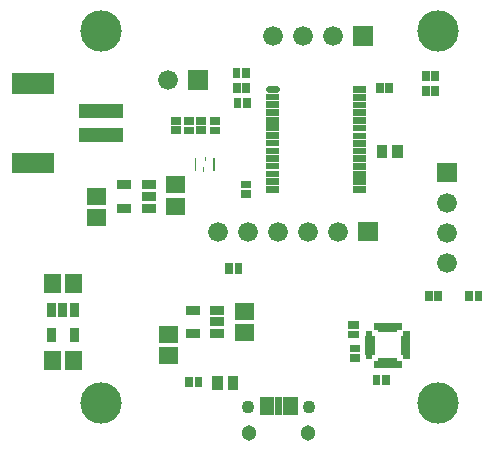
<source format=gts>
G04 start of page 8 for group -4063 idx -4063 *
G04 Title: SAP, componentmask *
G04 Creator: pcb 4.0.2 *
G04 CreationDate: Sat Jan 19 10:52:36 2019 UTC *
G04 For: phil *
G04 Format: Gerber/RS-274X *
G04 PCB-Dimensions (mil): 1811.02 1574.80 *
G04 PCB-Coordinate-Origin: lower left *
%MOIN*%
%FSLAX25Y25*%
%LNGTS*%
%ADD60C,0.0220*%
%ADD59C,0.0513*%
%ADD58C,0.0434*%
%ADD57C,0.1378*%
%ADD56C,0.0660*%
%ADD55C,0.0001*%
G54D55*G36*
X59613Y133891D02*Y127291D01*
X66213D01*
Y133891D01*
X59613D01*
G37*
G54D56*X52913Y130591D03*
G54D55*G36*
X114456Y148654D02*Y142054D01*
X121056D01*
Y148654D01*
X114456D01*
G37*
G54D56*X107756Y145354D03*
X97756D03*
X87756D03*
G54D57*X30551Y146969D03*
G54D55*G36*
X116306Y83379D02*Y76779D01*
X122906D01*
Y83379D01*
X116306D01*
G37*
G54D56*X109606Y80079D03*
X99606D03*
X89606D03*
X79606D03*
X69606D03*
G54D57*X142756Y146969D03*
G54D55*G36*
X142409Y103024D02*Y96424D01*
X149009D01*
Y103024D01*
X142409D01*
G37*
G54D56*X145709Y89724D03*
Y79724D03*
Y69724D03*
G54D57*X142756Y22953D03*
X30551D03*
G54D58*X79646Y21732D03*
G54D59*X79843Y13071D03*
X99527D03*
G54D58*X99724Y21732D03*
G54D55*G36*
X49741Y41565D02*Y35847D01*
X56245D01*
Y41565D01*
X49741D01*
G37*
G36*
Y48651D02*Y42933D01*
X56245D01*
Y48651D01*
X49741D01*
G37*
G36*
X15393Y47891D02*X12393D01*
Y43291D01*
X15393D01*
Y47891D01*
G37*
G36*
X17072Y40260D02*X11354D01*
Y33756D01*
X17072D01*
Y40260D01*
G37*
G36*
X23193Y47891D02*X20193D01*
Y43291D01*
X23193D01*
Y47891D01*
G37*
G36*
X24158Y40260D02*X18440D01*
Y33756D01*
X24158D01*
Y40260D01*
G37*
G36*
X23193Y56091D02*X20193D01*
Y51491D01*
X23193D01*
Y56091D01*
G37*
G36*
X19293D02*X16293D01*
Y51491D01*
X19293D01*
Y56091D01*
G37*
G36*
X15393D02*X12393D01*
Y51491D01*
X15393D01*
Y56091D01*
G37*
G36*
X24236Y65929D02*X18518D01*
Y59425D01*
X24236D01*
Y65929D01*
G37*
G36*
X17150D02*X11432D01*
Y59425D01*
X17150D01*
Y65929D01*
G37*
G36*
X25685Y87505D02*Y81787D01*
X32189D01*
Y87505D01*
X25685D01*
G37*
G36*
Y94591D02*Y88873D01*
X32189D01*
Y94591D01*
X25685D01*
G37*
G36*
X23180Y122539D02*Y117819D01*
X37750D01*
Y122539D01*
X23180D01*
G37*
G36*
Y114664D02*Y109934D01*
X37750D01*
Y114664D01*
X23180D01*
G37*
G36*
X745Y132759D02*Y126059D01*
X14925D01*
Y132759D01*
X745D01*
G37*
G36*
X750Y106409D02*Y99709D01*
X14920D01*
Y106409D01*
X750D01*
G37*
G36*
X35952Y97177D02*Y94177D01*
X40552D01*
Y97177D01*
X35952D01*
G37*
G36*
Y89377D02*Y86377D01*
X40552D01*
Y89377D01*
X35952D01*
G37*
G36*
X44152D02*Y86377D01*
X48752D01*
Y89377D01*
X44152D01*
G37*
G36*
Y93277D02*Y90277D01*
X48752D01*
Y93277D01*
X44152D01*
G37*
G36*
Y97177D02*Y94177D01*
X48752D01*
Y97177D01*
X44152D01*
G37*
G36*
X85353Y105480D02*Y103280D01*
X89753D01*
Y105480D01*
X85353D01*
G37*
G36*
X52121Y91394D02*Y85676D01*
X58625D01*
Y91394D01*
X52121D01*
G37*
G36*
Y98480D02*Y92762D01*
X58625D01*
Y98480D01*
X52121D01*
G37*
G36*
X77142Y93882D02*Y91314D01*
X80496D01*
Y93882D01*
X77142D01*
G37*
G36*
Y97030D02*Y94462D01*
X80496D01*
Y97030D01*
X77142D01*
G37*
G36*
X61984Y115144D02*Y112576D01*
X65338D01*
Y115144D01*
X61984D01*
G37*
G36*
Y118292D02*Y115724D01*
X65338D01*
Y118292D01*
X61984D01*
G37*
G36*
X53835Y118252D02*Y115684D01*
X57189D01*
Y118252D01*
X53835D01*
G37*
G36*
Y115104D02*Y112536D01*
X57189D01*
Y115104D01*
X53835D01*
G37*
G36*
X58008Y115064D02*Y112496D01*
X61362D01*
Y115064D01*
X58008D01*
G37*
G36*
Y118212D02*Y115644D01*
X61362D01*
Y118212D01*
X58008D01*
G37*
G36*
X66945Y118213D02*Y115645D01*
X70299D01*
Y118213D01*
X66945D01*
G37*
G36*
Y115065D02*Y112497D01*
X70299D01*
Y115065D01*
X66945D01*
G37*
G36*
X68346Y104606D02*X67952D01*
Y100276D01*
X68346D01*
Y104606D01*
G37*
G36*
X65590Y105000D02*X65196D01*
Y103425D01*
X65590D01*
Y105000D01*
G37*
G36*
X62047Y104606D02*X61653D01*
Y100276D01*
X62047D01*
Y104606D01*
G37*
G36*
X64803Y101457D02*X64409D01*
Y99882D01*
X64803D01*
Y101457D01*
G37*
G36*
X85353Y120880D02*Y118680D01*
X89753D01*
Y120880D01*
X85353D01*
G37*
G36*
Y118280D02*Y116080D01*
X89753D01*
Y118280D01*
X85353D01*
G37*
G36*
Y115780D02*Y113580D01*
X89753D01*
Y115780D01*
X85353D01*
G37*
G36*
Y113180D02*Y110980D01*
X89753D01*
Y113180D01*
X85353D01*
G37*
G54D60*X86453Y127480D02*X88653D01*
G54D55*G36*
X85353Y125980D02*Y123780D01*
X89753D01*
Y125980D01*
X85353D01*
G37*
G36*
Y123480D02*Y121280D01*
X89753D01*
Y123480D01*
X85353D01*
G37*
G36*
Y110680D02*Y108480D01*
X89753D01*
Y110680D01*
X85353D01*
G37*
G36*
Y108080D02*Y105880D01*
X89753D01*
Y108080D01*
X85353D01*
G37*
G36*
X76955Y134472D02*X74387D01*
Y131118D01*
X76955D01*
Y134472D01*
G37*
G36*
X77229Y124551D02*X74661D01*
Y121197D01*
X77229D01*
Y124551D01*
G37*
G36*
X77032Y129472D02*X74464D01*
Y126118D01*
X77032D01*
Y129472D01*
G37*
G36*
X80103Y134472D02*X77535D01*
Y131118D01*
X80103D01*
Y134472D01*
G37*
G36*
X80377Y124551D02*X77809D01*
Y121197D01*
X80377D01*
Y124551D01*
G37*
G36*
X80180Y129472D02*X77612D01*
Y126118D01*
X80180D01*
Y129472D01*
G37*
G36*
X85353Y102980D02*Y100780D01*
X89753D01*
Y102980D01*
X85353D01*
G37*
G36*
Y100380D02*Y98180D01*
X89753D01*
Y100380D01*
X85353D01*
G37*
G36*
Y97880D02*Y95680D01*
X89753D01*
Y97880D01*
X85353D01*
G37*
G36*
Y95280D02*Y93080D01*
X89753D01*
Y95280D01*
X85353D01*
G37*
G36*
X75057Y56361D02*Y50643D01*
X81561D01*
Y56361D01*
X75057D01*
G37*
G36*
Y49275D02*Y43557D01*
X81561D01*
Y49275D01*
X75057D01*
G37*
G36*
X74434Y69433D02*X71866D01*
Y66079D01*
X74434D01*
Y69433D01*
G37*
G36*
X77582D02*X75014D01*
Y66079D01*
X77582D01*
Y69433D01*
G37*
G36*
X58757Y55338D02*Y52338D01*
X63357D01*
Y55338D01*
X58757D01*
G37*
G36*
Y47538D02*Y44538D01*
X63357D01*
Y47538D01*
X58757D01*
G37*
G36*
X66957D02*Y44538D01*
X71557D01*
Y47538D01*
X66957D01*
G37*
G36*
Y51438D02*Y48438D01*
X71557D01*
Y51438D01*
X66957D01*
G37*
G36*
Y55338D02*Y52338D01*
X71557D01*
Y55338D01*
X66957D01*
G37*
G36*
X76304Y31796D02*X72752D01*
Y27260D01*
X76304D01*
Y31796D01*
G37*
G36*
X71186D02*X67634D01*
Y27260D01*
X71186D01*
Y31796D01*
G37*
G36*
X61127Y31441D02*X58559D01*
Y28087D01*
X61127D01*
Y31441D01*
G37*
G36*
X64275D02*X61707D01*
Y28087D01*
X64275D01*
Y31441D01*
G37*
G36*
X85754Y24887D02*X83380D01*
Y18970D01*
X85754D01*
Y24887D01*
G37*
G36*
X88313D02*X85939D01*
Y18970D01*
X88313D01*
Y24887D01*
G37*
G36*
X90872D02*X88498D01*
Y18970D01*
X90872D01*
Y24887D01*
G37*
G36*
X93431D02*X91057D01*
Y18970D01*
X93431D01*
Y24887D01*
G37*
G36*
X95990D02*X93616D01*
Y18970D01*
X95990D01*
Y24887D01*
G37*
G36*
X114453Y95180D02*Y92980D01*
X118853D01*
Y95180D01*
X114453D01*
G37*
G36*
Y97780D02*Y95580D01*
X118853D01*
Y97780D01*
X114453D01*
G37*
G36*
Y100280D02*Y98080D01*
X118853D01*
Y100280D01*
X114453D01*
G37*
G36*
Y102880D02*Y100680D01*
X118853D01*
Y102880D01*
X114453D01*
G37*
G36*
Y105480D02*Y103280D01*
X118853D01*
Y105480D01*
X114453D01*
G37*
G36*
Y107980D02*Y105780D01*
X118853D01*
Y107980D01*
X114453D01*
G37*
G36*
Y110580D02*Y108380D01*
X118853D01*
Y110580D01*
X114453D01*
G37*
G36*
Y113080D02*Y110880D01*
X118853D01*
Y113080D01*
X114453D01*
G37*
G36*
X125949Y109040D02*X122397D01*
Y104504D01*
X125949D01*
Y109040D01*
G37*
G36*
X131067D02*X127515D01*
Y104504D01*
X131067D01*
Y109040D01*
G37*
G36*
X144196Y60142D02*X141628D01*
Y56788D01*
X144196D01*
Y60142D01*
G37*
G36*
X141048D02*X138480D01*
Y56788D01*
X141048D01*
Y60142D01*
G37*
G36*
X154435Y60299D02*X151867D01*
Y56945D01*
X154435D01*
Y60299D01*
G37*
G36*
X157583D02*X155015D01*
Y56945D01*
X157583D01*
Y60299D01*
G37*
G36*
X114453Y115680D02*Y113480D01*
X118853D01*
Y115680D01*
X114453D01*
G37*
G36*
Y118280D02*Y116080D01*
X118853D01*
Y118280D01*
X114453D01*
G37*
G36*
Y120780D02*Y118580D01*
X118853D01*
Y120780D01*
X114453D01*
G37*
G36*
Y123380D02*Y121180D01*
X118853D01*
Y123380D01*
X114453D01*
G37*
G36*
Y125880D02*Y123680D01*
X118853D01*
Y125880D01*
X114453D01*
G37*
G36*
Y128480D02*Y126280D01*
X118853D01*
Y128480D01*
X114453D01*
G37*
G36*
X127818Y129630D02*X125250D01*
Y126276D01*
X127818D01*
Y129630D01*
G37*
G36*
X124670D02*X122102D01*
Y126276D01*
X124670D01*
Y129630D01*
G37*
G36*
X143210Y133488D02*X140642D01*
Y130134D01*
X143210D01*
Y133488D01*
G37*
G36*
X140062D02*X137494D01*
Y130134D01*
X140062D01*
Y133488D01*
G37*
G36*
X140065Y128646D02*X137497D01*
Y125292D01*
X140065D01*
Y128646D01*
G37*
G36*
X143213D02*X140645D01*
Y125292D01*
X143213D01*
Y128646D01*
G37*
G36*
X113402Y39238D02*Y36670D01*
X116756D01*
Y39238D01*
X113402D01*
G37*
G36*
Y42386D02*Y39818D01*
X116756D01*
Y42386D01*
X113402D01*
G37*
G36*
X112969Y47033D02*Y44465D01*
X116323D01*
Y47033D01*
X112969D01*
G37*
G36*
X118676Y46758D02*Y45368D01*
X120951D01*
Y46758D01*
X118676D01*
G37*
G36*
X112969Y50181D02*Y47613D01*
X116323D01*
Y50181D01*
X112969D01*
G37*
G36*
X130695Y49513D02*X129305D01*
Y47238D01*
X130695D01*
Y49513D01*
G37*
G36*
X129218Y49611D02*X127631D01*
Y46450D01*
X129218D01*
Y49611D01*
G37*
G36*
X127643D02*X126056D01*
Y46450D01*
X127643D01*
Y49611D01*
G37*
G36*
X126069D02*X124482D01*
Y46450D01*
X126069D01*
Y49611D01*
G37*
G36*
X124494D02*X122907D01*
Y46450D01*
X124494D01*
Y49611D01*
G37*
G36*
X122821Y49513D02*X121431D01*
Y47238D01*
X122821D01*
Y49513D01*
G37*
G36*
X118577Y45281D02*Y43694D01*
X121738D01*
Y45281D01*
X118577D01*
G37*
G36*
Y43706D02*Y42119D01*
X121738D01*
Y43706D01*
X118577D01*
G37*
G36*
Y42132D02*Y40545D01*
X121738D01*
Y42132D01*
X118577D01*
G37*
G36*
Y40557D02*Y38970D01*
X121738D01*
Y40557D01*
X118577D01*
G37*
G36*
X118676Y38884D02*Y37494D01*
X120951D01*
Y38884D01*
X118676D01*
G37*
G36*
X126755Y32228D02*X124187D01*
Y28874D01*
X126755D01*
Y32228D01*
G37*
G36*
X123607D02*X121039D01*
Y28874D01*
X123607D01*
Y32228D01*
G37*
G36*
X122821Y37014D02*X121431D01*
Y34739D01*
X122821D01*
Y37014D01*
G37*
G36*
X124494Y37801D02*X122907D01*
Y34640D01*
X124494D01*
Y37801D01*
G37*
G36*
X126069D02*X124482D01*
Y34640D01*
X126069D01*
Y37801D01*
G37*
G36*
X127643D02*X126056D01*
Y34640D01*
X127643D01*
Y37801D01*
G37*
G36*
X129218D02*X127631D01*
Y34640D01*
X129218D01*
Y37801D01*
G37*
G36*
X130695Y37014D02*X129305D01*
Y34739D01*
X130695D01*
Y37014D01*
G37*
G36*
X131175Y38884D02*Y37494D01*
X133450D01*
Y38884D01*
X131175D01*
G37*
G36*
X130387Y40557D02*Y38970D01*
X133548D01*
Y40557D01*
X130387D01*
G37*
G36*
Y42132D02*Y40545D01*
X133548D01*
Y42132D01*
X130387D01*
G37*
G36*
Y43706D02*Y42119D01*
X133548D01*
Y43706D01*
X130387D01*
G37*
G36*
Y45281D02*Y43694D01*
X133548D01*
Y45281D01*
X130387D01*
G37*
G36*
X131175Y46758D02*Y45368D01*
X133450D01*
Y46758D01*
X131175D01*
G37*
M02*

</source>
